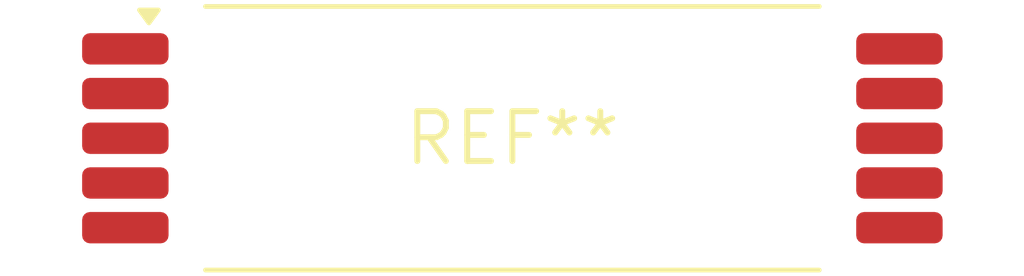
<source format=kicad_pcb>
(kicad_pcb (version 20240108) (generator pcbnew)
  (layers (0 "F.Cu" signal) (31 "B.Cu" signal) (34 "B.Paste" user) (35 "F.Paste" user) (36 "B.SilkS" user "B.Silkscreen") (37 "F.SilkS" user "F.Silkscreen") (38 "B.Mask" user) (39 "F.Mask" user) (44 "Edge.Cuts" user))
  (net 0 "")
  (footprint "Infineon_PG-HDSOP-10-1" (layer "F.Cu") (at 0 0)
    (property "Reference" "REF**")
    (property "Value" "Infineon_PG-HDSOP-10-1")
    (fp_line (start -7.81 -3.36) (end 7.81 -3.36) (layer "F.SilkS") (stroke (width 0.12)))
    (fp_line (start -7.81 3.36) (end 7.81 3.36) (layer "F.SilkS") (stroke (width 0.12)))
    (fp_poly (pts (xy -9.25 -2.94) (xy -9.01 -3.27) (xy -9.49 -3.27) (xy -9.25 -2.94)) (layer "F.SilkS") (stroke (width 0.12)) (fill solid))
    (pad "1" smd roundrect (at -9.85 -2.28) (size 2.2 0.8) (layers "F.Cu" "F.Paste" "F.Mask"))
    (pad "2" smd roundrect (at -9.85 -1.14) (size 2.2 0.8) (layers "F.Cu" "F.Paste" "F.Mask"))
    (pad "3" smd roundrect (at -9.85 0) (size 2.2 0.8) (layers "F.Cu" "F.Paste" "F.Mask"))
    (pad "4" smd roundrect (at -9.85 1.14) (size 2.2 0.8) (layers "F.Cu" "F.Paste" "F.Mask"))
    (pad "5" smd roundrect (at -9.85 2.28) (size 2.2 0.8) (layers "F.Cu" "F.Paste" "F.Mask"))
    (pad "6" smd roundrect (at 9.85 2.28) (size 2.2 0.8) (layers "F.Cu" "F.Paste" "F.Mask"))
    (pad "7" smd roundrect (at 9.85 1.14) (size 2.2 0.8) (layers "F.Cu" "F.Paste" "F.Mask"))
    (pad "8" smd roundrect (at 9.85 0) (size 2.2 0.8) (layers "F.Cu" "F.Paste" "F.Mask"))
    (pad "9" smd roundrect (at 9.85 -1.14) (size 2.2 0.8) (layers "F.Cu" "F.Paste" "F.Mask"))
    (pad "10" smd roundrect (at 9.85 -2.28) (size 2.2 0.8) (layers "F.Cu" "F.Paste" "F.Mask"))
  )
)
</source>
